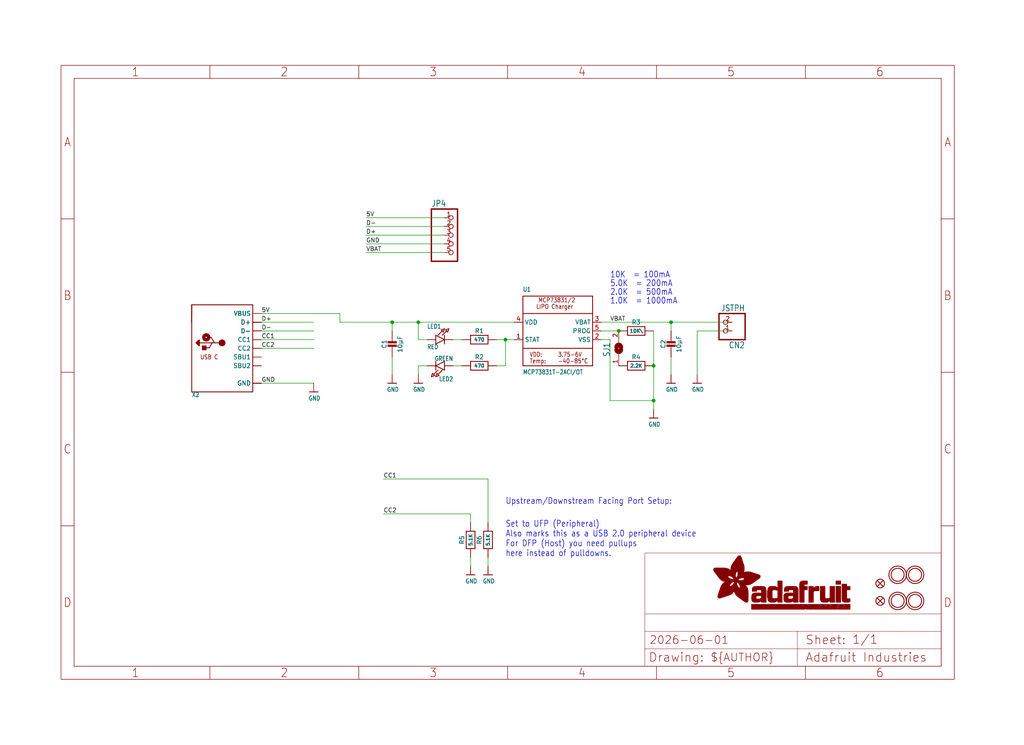
<source format=kicad_sch>
(kicad_sch (version 20231120) (generator "eeschema") (generator_version "8.0")
  (paper "User" 298.45 217.322)
  (lib_symbols
    (symbol "Adafruit USB C microlipo charger-eagle-import:CAP_CERAMIC0805-NOOUTLINE"
      (property "Reference" "C" (at -2.29 1.25 90))
      (symbol "CAP_CERAMIC0805-NOOUTLINE_1_0"
        (pin passive line (at 0 5.08 270) (length 2.54) (name "1") (number "1"))
        (pin passive line (at 0 -2.54 90) (length 2.54) (name "2") (number "2"))
      )
    )
    (symbol "Adafruit USB C microlipo charger-eagle-import:FIDUCIAL{dblquote}{dblquote}")
    (symbol "Adafruit USB C microlipo charger-eagle-import:FRAME_A4_ADAFRUIT"
      (symbol "FRAME_A4_ADAFRUIT_1_0"
        (text "${#}/${##}" (at 230.505 10.16 0) (effects (font (size 2.54 2.54)) (justify left bottom)))
        (text "${AUTHOR}" (at 189.23 5.08 0) (effects (font (size 2.286 2.286)) (justify left bottom)))
        (text "${CURRENT_DATE}" (at 171.45 10.16 0) (effects (font (size 2.286 2.286)) (justify left bottom)))
        (text "${PROJECTNAME}" (at 171.45 15.24 0) (effects (font (size 2.54 2.54)) (justify left bottom)))
        (text "1" (at 21.6958 1.905 0) (effects (font (size 2.54 2.286))))
        (text "1" (at 21.6958 177.165 0) (effects (font (size 2.54 2.286))))
        (text "2" (at 65.0875 1.905 0) (effects (font (size 2.54 2.286))))
        (text "2" (at 65.0875 177.165 0) (effects (font (size 2.54 2.286))))
        (text "3" (at 108.4792 1.905 0) (effects (font (size 2.54 2.286))))
        (text "3" (at 108.4792 177.165 0) (effects (font (size 2.54 2.286))))
        (text "4" (at 151.8708 1.905 0) (effects (font (size 2.54 2.286))))
        (text "4" (at 151.8708 177.165 0) (effects (font (size 2.54 2.286))))
        (text "5" (at 195.2625 1.905 0) (effects (font (size 2.54 2.286))))
        (text "5" (at 195.2625 177.165 0) (effects (font (size 2.54 2.286))))
        (text "6" (at 238.6542 1.905 0) (effects (font (size 2.54 2.286))))
        (text "6" (at 238.6542 177.165 0) (effects (font (size 2.54 2.286))))
        (text "A" (at 1.905 156.6863 0) (effects (font (size 2.54 2.286))))
        (text "A" (at 258.445 156.6863 0) (effects (font (size 2.54 2.286))))
        (text "Adafruit Industries" (at 216.916 4.953 0) (effects (font (size 2.54 2.54)) (justify left bottom)))
        (text "B" (at 1.905 111.9188 0) (effects (font (size 2.54 2.286))))
        (text "B" (at 258.445 111.9188 0) (effects (font (size 2.54 2.286))))
        (text "C" (at 1.905 67.1513 0) (effects (font (size 2.54 2.286))))
        (text "C" (at 258.445 67.1513 0) (effects (font (size 2.54 2.286))))
        (text "D" (at 1.905 22.3838 0) (effects (font (size 2.54 2.286))))
        (text "D" (at 258.445 22.3838 0) (effects (font (size 2.54 2.286))))
        (text "Drawing:" (at 171.196 4.953 0) (effects (font (size 2.54 2.54)) (justify left bottom)))
        (text "Sheet:" (at 216.916 10.033 0) (effects (font (size 2.54 2.54)) (justify left bottom)))
      )
    )
    (symbol "Adafruit USB C microlipo charger-eagle-import:GND" (power)
      (symbol "GND_1_0"
        (pin power_in line (at 0 2.54 270) (length 2.54) (name "GND") (number "1"))
      )
    )
    (symbol "Adafruit USB C microlipo charger-eagle-import:HEADER-1X570MIL"
      (property "Reference" "JP" (at -6.35 8.255 0))
      (symbol "HEADER-1X570MIL_1_0"
        (pin passive inverted (at -2.54 5.08 0) (length 2.54) (name "1") (number "1"))
        (pin passive inverted (at -2.54 2.54 0) (length 2.54) (name "2") (number "2"))
        (pin passive inverted (at -2.54 0 0) (length 2.54) (name "3") (number "3"))
        (pin passive inverted (at -2.54 -2.54 0) (length 2.54) (name "4") (number "4"))
        (pin passive inverted (at -2.54 -5.08 0) (length 2.54) (name "5") (number "5"))
      )
    )
    (symbol "Adafruit USB C microlipo charger-eagle-import:JST_2PIN"
      (property "Reference" "CN" (at -6.35 5.715 0))
      (symbol "JST_2PIN_1_0"
        (pin passive inverted (at -2.54 2.54 0) (length 2.54) (name "1") (number "1"))
        (pin passive inverted (at -2.54 0 0) (length 2.54) (name "2") (number "2"))
      )
    )
    (symbol "Adafruit USB C microlipo charger-eagle-import:LED0805_NOOUTLINE"
      (property "Reference" "LED" (at -5.08 3.175 0))
      (symbol "LED0805_NOOUTLINE_1_0"
        (pin passive line (at -5.08 0 0) (length 2.54) (name "A") (number "A"))
        (pin passive line (at 2.54 0 180) (length 2.54) (name "C") (number "C"))
      )
    )
    (symbol "Adafruit USB C microlipo charger-eagle-import:MCP73831/2"
      (property "Reference" "U" (at -10.16 11.43 0))
      (symbol "MCP73831/2_1_0"
        (text "-40-85°C" (at 0 -9.525 0) (effects (font (size 1.27 1.0795)) (justify left bottom)))
        (text "3.75-6V" (at 0 -7.62 0) (effects (font (size 1.27 1.0795)) (justify left bottom)))
        (text "LIPO Charger" (at -6.35 6.35 0) (effects (font (size 1.27 1.0795)) (justify left bottom)))
        (text "MCP73831/2" (at -5.715 8.255 0) (effects (font (size 1.27 1.0795)) (justify left bottom)))
        (text "Temp:" (at -8.255 -9.525 0) (effects (font (size 1.27 1.0795)) (justify left bottom)))
        (text "VDD:" (at -8.255 -7.62 0) (effects (font (size 1.27 1.0795)) (justify left bottom)))
        (pin output line (at -12.7 -2.54 0) (length 2.54) (name "STAT") (number "1"))
        (pin power_in line (at 12.7 -2.54 180) (length 2.54) (name "VSS") (number "2"))
        (pin power_in line (at 12.7 2.54 180) (length 2.54) (name "VBAT") (number "3"))
        (pin power_in line (at -12.7 2.54 0) (length 2.54) (name "VDD") (number "4"))
        (pin input line (at 12.7 0 180) (length 2.54) (name "PROG") (number "5"))
      )
    )
    (symbol "Adafruit USB C microlipo charger-eagle-import:MOUNTINGHOLE2.5")
    (symbol "Adafruit USB C microlipo charger-eagle-import:RESISTOR_0603_NOOUT"
      (property "Reference" "R" (at 0 2.54 0))
      (symbol "RESISTOR_0603_NOOUT_1_0"
        (pin passive line (at -5.08 0 0) (length 2.54) (name "1") (number "1"))
        (pin passive line (at 5.08 0 180) (length 2.54) (name "2") (number "2"))
      )
    )
    (symbol "Adafruit USB C microlipo charger-eagle-import:SOLDERJUMPER"
      (property "Reference" "SJ" (at -2.54 2.54 0))
      (symbol "SOLDERJUMPER_1_0"
        (pin passive line (at -5.08 0 0) (length 2.54) (name "1") (number "1"))
        (pin passive line (at 5.08 0 180) (length 2.54) (name "2") (number "2"))
      )
    )
    (symbol "Adafruit USB C microlipo charger-eagle-import:USB_C"
      (property "Reference" "X" (at -10.16 13.716 0))
      (symbol "USB_C_1_0"
        (text "USB C" (at -5.08 -2.54 0) (effects (font (size 1.27 1.0795))))
        (pin power_in line (at 10.16 -10.16 180) (length 2.54) (name "GND") (number "A1B12"))
        (pin power_in line (at 10.16 10.16 180) (length 2.54) (name "VBUS") (number "A4B9"))
        (pin bidirectional line (at 10.16 2.54 180) (length 2.54) (name "CC1") (number "A5"))
        (pin bidirectional line (at 10.16 7.62 180) (length 2.54) (name "D+") (number "A6"))
        (pin bidirectional line (at 10.16 5.08 180) (length 2.54) (name "D-") (number "A7"))
        (pin bidirectional line (at 10.16 -2.54 180) (length 2.54) (name "SBU1") (number "A8"))
        (pin power_in line (at 10.16 -10.16 180) (length 2.54) (name "GND") (number "B1A12"))
        (pin power_in line (at 10.16 10.16 180) (length 2.54) (name "VBUS") (number "B4A9"))
        (pin bidirectional line (at 10.16 0 180) (length 2.54) (name "CC2") (number "B5"))
        (pin bidirectional line (at 10.16 7.62 180) (length 2.54) (name "D+") (number "B6"))
        (pin bidirectional line (at 10.16 5.08 180) (length 2.54) (name "D-") (number "B7"))
        (pin bidirectional line (at 10.16 -5.08 180) (length 2.54) (name "SBU2") (number "B8"))
      )
    )
  )
  (junction (at 195.58 93.98))
  (junction (at 121.92 93.98))
  (junction (at 190.5 116.84))
  (junction (at 147.32 99.06))
  (junction (at 114.3 93.98))
  (junction (at 190.5 106.68))
  (junction (at 180.34 96.52))
  (wire (pts (xy 111.76 139.7) (xy 142.24 139.7)) (stroke (width 0.1524)))
  (wire (pts (xy 142.24 165.1) (xy 142.24 162.56)) (stroke (width 0.1524)))
  (wire (pts (xy 144.78 99.06) (xy 147.32 99.06)) (stroke (width 0.1524)))
  (wire (pts (xy 195.58 104.14) (xy 195.58 109.22)) (stroke (width 0.1524)))
  (wire (pts (xy 177.8 116.84) (xy 190.5 116.84)) (stroke (width 0.1524)))
  (wire (pts (xy 195.58 96.52) (xy 195.58 93.98)) (stroke (width 0.1524)))
  (wire (pts (xy 121.92 93.98) (xy 149.86 93.98)) (stroke (width 0.1524)))
  (wire (pts (xy 147.32 99.06) (xy 149.86 99.06)) (stroke (width 0.1524)))
  (wire (pts (xy 114.3 96.52) (xy 114.3 93.98)) (stroke (width 0.1524)))
  (wire (pts (xy 99.06 91.44) (xy 76.2 91.44)) (stroke (width 0.1524)))
  (wire (pts (xy 124.46 99.06) (xy 121.92 99.06)) (stroke (width 0.1524)))
  (wire (pts (xy 76.2 101.6) (xy 91.44 101.6)) (stroke (width 0.1524)))
  (wire (pts (xy 132.08 99.06) (xy 134.62 99.06)) (stroke (width 0.1524)))
  (wire (pts (xy 114.3 104.14) (xy 114.3 109.22)) (stroke (width 0.1524)))
  (wire (pts (xy 195.58 93.98) (xy 213.36 93.98)) (stroke (width 0.1524)))
  (wire (pts (xy 129.54 66.04) (xy 106.68 66.04)) (stroke (width 0.1524)))
  (wire (pts (xy 91.44 111.76) (xy 76.2 111.76)) (stroke (width 0.1524)))
  (wire (pts (xy 76.2 93.98) (xy 91.44 93.98)) (stroke (width 0.1524)))
  (wire (pts (xy 111.76 149.86) (xy 137.16 149.86)) (stroke (width 0.1524)))
  (wire (pts (xy 175.26 99.06) (xy 177.8 99.06)) (stroke (width 0.1524)))
  (wire (pts (xy 76.2 96.52) (xy 91.44 96.52)) (stroke (width 0.1524)))
  (wire (pts (xy 137.16 149.86) (xy 137.16 152.4)) (stroke (width 0.1524)))
  (wire (pts (xy 190.5 116.84) (xy 190.5 119.38)) (stroke (width 0.1524)))
  (wire (pts (xy 137.16 162.56) (xy 137.16 165.1)) (stroke (width 0.1524)))
  (wire (pts (xy 76.2 99.06) (xy 91.44 99.06)) (stroke (width 0.1524)))
  (wire (pts (xy 99.06 93.98) (xy 114.3 93.98)) (stroke (width 0.1524)))
  (wire (pts (xy 203.2 96.52) (xy 203.2 109.22)) (stroke (width 0.1524)))
  (wire (pts (xy 203.2 96.52) (xy 213.36 96.52)) (stroke (width 0.1524)))
  (wire (pts (xy 175.26 96.52) (xy 180.34 96.52)) (stroke (width 0.1524)))
  (wire (pts (xy 124.46 106.68) (xy 121.92 106.68)) (stroke (width 0.1524)))
  (wire (pts (xy 142.24 139.7) (xy 142.24 152.4)) (stroke (width 0.1524)))
  (wire (pts (xy 190.5 96.52) (xy 190.5 106.68)) (stroke (width 0.1524)))
  (wire (pts (xy 147.32 106.68) (xy 147.32 99.06)) (stroke (width 0.1524)))
  (wire (pts (xy 177.8 99.06) (xy 177.8 116.84)) (stroke (width 0.1524)))
  (wire (pts (xy 114.3 93.98) (xy 121.92 93.98)) (stroke (width 0.1524)))
  (wire (pts (xy 134.62 106.68) (xy 132.08 106.68)) (stroke (width 0.1524)))
  (wire (pts (xy 99.06 91.44) (xy 99.06 93.98)) (stroke (width 0.1524)))
  (wire (pts (xy 129.54 73.66) (xy 106.68 73.66)) (stroke (width 0.1524)))
  (wire (pts (xy 144.78 106.68) (xy 147.32 106.68)) (stroke (width 0.1524)))
  (wire (pts (xy 129.54 68.58) (xy 106.68 68.58)) (stroke (width 0.1524)))
  (wire (pts (xy 121.92 106.68) (xy 121.92 109.22)) (stroke (width 0.1524)))
  (wire (pts (xy 190.5 106.68) (xy 190.5 116.84)) (stroke (width 0.1524)))
  (wire (pts (xy 195.58 93.98) (xy 175.26 93.98)) (stroke (width 0.1524)))
  (wire (pts (xy 129.54 71.12) (xy 106.68 71.12)) (stroke (width 0.1524)))
  (wire (pts (xy 121.92 99.06) (xy 121.92 93.98)) (stroke (width 0.1524)))
  (wire (pts (xy 129.54 63.5) (xy 106.68 63.5)) (stroke (width 0.1524)))
  (text "1.0K  = 1000mA" (at 177.8 88.9 0) (effects (font (size 1.778 1.5113)) (justify left bottom)))
  (text "5.0K  = 200mA" (at 177.8 83.82 0) (effects (font (size 1.778 1.5113)) (justify left bottom)))
  (text "Set to UFP (Peripheral)\nAlso marks this as a USB 2.0 peripheral device\nFor DFP (Host) you need pullups\nhere instead of pulldowns." (at 147.32 162.56 0) (effects (font (size 1.778 1.5113)) (justify left bottom)))
  (text "10K  = 100mA" (at 177.8 81.28 0) (effects (font (size 1.778 1.5113)) (justify left bottom)))
  (text "2.0K  = 500mA" (at 177.8 86.36 0) (effects (font (size 1.778 1.5113)) (justify left bottom)))
  (text "Upstream/Downstream Facing Port Setup:" (at 147.32 147.32 0) (effects (font (size 1.778 1.5113)) (justify left bottom)))
  (label "D-" (at 106.68 66.04 0) (effects (font (size 1.2446 1.2446))))
  (label "CC2" (at 76.2 101.6 0) (effects (font (size 1.2446 1.2446))))
  (label "D+" (at 76.2 93.98 0) (effects (font (size 1.2446 1.2446))))
  (label "CC1" (at 76.2 99.06 0) (effects (font (size 1.2446 1.2446))))
  (label "CC1" (at 111.76 139.7 0) (effects (font (size 1.2446 1.2446))))
  (label "5V" (at 76.2 91.44 0) (effects (font (size 1.2446 1.2446))))
  (label "GND" (at 76.2 111.76 0) (effects (font (size 1.2446 1.2446))))
  (label "VBAT" (at 177.8 93.98 0) (effects (font (size 1.2446 1.2446))))
  (label "5V" (at 106.68 63.5 0) (effects (font (size 1.2446 1.2446))))
  (label "D+" (at 106.68 68.58 0) (effects (font (size 1.2446 1.2446))))
  (label "D-" (at 76.2 96.52 0) (effects (font (size 1.2446 1.2446))))
  (label "GND" (at 106.68 71.12 0) (effects (font (size 1.2446 1.2446))))
  (label "CC2" (at 111.76 149.86 0) (effects (font (size 1.2446 1.2446))))
  (label "VBAT" (at 106.68 73.66 0) (effects (font (size 1.2446 1.2446))))
  (symbol (lib_id "Adafruit USB C microlipo charger-eagle-import:FRAME_A4_ADAFRUIT") (at 17.78 198.12 0) (unit 1)
    (property "Reference" "#U$1" (effects (hide yes)))
    (property "Value" "FRAME_A4_ADAFRUIT" (effects (hide yes)))
  )
  (symbol (lib_id "Adafruit USB C microlipo charger-eagle-import:GND") (at 114.3 111.76 0) (unit 1)
    (property "Reference" "#U$3" (effects (hide yes)))
    (property "Value" "GND" (at 112.776 114.3 0) (effects (font (size 1.27 1.0795)) (justify left bottom)))
  )
  (symbol (lib_id "Adafruit USB C microlipo charger-eagle-import:MOUNTINGHOLE2.5") (at 261.62 167.64 0) (unit 1)
    (property "Reference" "U$9" (effects (hide yes)))
    (property "Value" "MOUNTINGHOLE2.5" (effects (hide yes)))
    (property "Footprint" "Adafruit USB C microlipo charger:MOUNTINGHOLE_2.5_PLATED" (effects (hide yes)))
  )
  (symbol (lib_id "Adafruit USB C microlipo charger-eagle-import:CAP_CERAMIC0805-NOOUTLINE") (at 114.3 101.6 0) (unit 1)
    (property "Reference" "C1" (at 112.01 100.35 90))
    (property "Value" "10µF" (at 116.6 100.35 90))
    (property "Footprint" "Adafruit USB C microlipo charger:0805-NO@1" (effects (hide yes)))
  )
  (symbol (lib_id "Adafruit USB C microlipo charger-eagle-import:MOUNTINGHOLE2.5") (at 266.7 167.64 0) (unit 1)
    (property "Reference" "U$12" (effects (hide yes)))
    (property "Value" "MOUNTINGHOLE2.5" (effects (hide yes)))
    (property "Footprint" "Adafruit USB C microlipo charger:MOUNTINGHOLE_2.5_PLATED" (effects (hide yes)))
  )
  (symbol (lib_id "Adafruit USB C microlipo charger-eagle-import:SOLDERJUMPER") (at 180.34 101.6 90) (unit 1)
    (property "Reference" "SJ1" (at 177.8 104.14 0) (effects (font (size 1.778 1.5113)) (justify left bottom)))
    (property "Value" "SOLDERJUMPER" (effects (hide yes)))
    (property "Footprint" "Adafruit USB C microlipo charger:SOLDERJUMPER_ARROW_NOPASTE" (effects (hide yes)))
  )
  (symbol (lib_id "Adafruit USB C microlipo charger-eagle-import:RESISTOR_0603_NOOUT") (at 139.7 99.06 0) (unit 1)
    (property "Reference" "R1" (at 139.7 96.52 0))
    (property "Value" "470" (at 139.7 99.06 0) (effects (font (size 1.016 1.016) (bold yes))))
    (property "Footprint" "Adafruit USB C microlipo charger:0603-NO" (effects (hide yes)))
  )
  (symbol (lib_id "Adafruit USB C microlipo charger-eagle-import:FIDUCIAL{dblquote}{dblquote}") (at 256.54 175.26 0) (unit 1)
    (property "Reference" "FID2" (effects (hide yes)))
    (property "Value" "FIDUCIAL{dblquote}{dblquote}" (effects (hide yes)))
    (property "Footprint" "Adafruit USB C microlipo charger:FIDUCIAL_1MM" (effects (hide yes)))
    (property "BOM" "EXCLUDE" (effects (hide yes)))
  )
  (symbol (lib_id "Adafruit USB C microlipo charger-eagle-import:HEADER-1X570MIL") (at 132.08 68.58 0) (unit 1)
    (property "Reference" "JP4" (at 125.73 60.325 0) (effects (font (size 1.778 1.5113)) (justify left bottom)))
    (property "Value" "HEADER-1X570MIL" (effects (hide yes)))
    (property "Footprint" "Adafruit USB C microlipo charger:1X05_ROUND_70" (effects (hide yes)))
  )
  (symbol (lib_id "Adafruit USB C microlipo charger-eagle-import:GND") (at 142.24 167.64 0) (unit 1)
    (property "Reference" "#U$14" (effects (hide yes)))
    (property "Value" "GND" (at 140.716 170.18 0) (effects (font (size 1.27 1.0795)) (justify left bottom)))
  )
  (symbol (lib_id "Adafruit USB C microlipo charger-eagle-import:GND") (at 190.5 121.92 0) (unit 1)
    (property "Reference" "#U$6" (effects (hide yes)))
    (property "Value" "GND" (at 188.976 124.46 0) (effects (font (size 1.27 1.0795)) (justify left bottom)))
  )
  (symbol (lib_id "Adafruit USB C microlipo charger-eagle-import:USB_C") (at 66.04 101.6 0) (unit 1)
    (property "Reference" "X2" (at 55.88 115.824 0) (effects (font (size 1.27 1.0795)) (justify left bottom)))
    (property "Value" "USB_C" (effects (hide yes)))
    (property "Footprint" "Adafruit USB C microlipo charger:USB_C_CUSB31-CFM2AX-01-X" (effects (hide yes)))
  )
  (symbol (lib_id "Adafruit USB C microlipo charger-eagle-import:RESISTOR_0603_NOOUT") (at 185.42 96.52 0) (unit 1)
    (property "Reference" "R3" (at 185.42 93.98 0))
    (property "Value" "10K\\" (at 185.42 96.52 0) (effects (font (size 1.016 1.016) (bold yes))))
    (property "Footprint" "Adafruit USB C microlipo charger:0603-NO" (effects (hide yes)))
  )
  (symbol (lib_id "Adafruit USB C microlipo charger-eagle-import:MCP73831/2") (at 162.56 96.52 0) (unit 1)
    (property "Reference" "U1" (at 152.4 85.09 0) (effects (font (size 1.27 1.0795)) (justify left bottom)))
    (property "Value" "MCP73831T-2ACI/OT" (at 152.4 109.22 0) (effects (font (size 1.27 1.0795)) (justify left bottom)))
    (property "Footprint" "Adafruit USB C microlipo charger:SOT23-5" (effects (hide yes)))
  )
  (symbol (lib_id "Adafruit USB C microlipo charger-eagle-import:JST_2PIN") (at 210.82 93.98 180) (unit 1)
    (property "Reference" "CN2" (at 217.17 99.695 0) (effects (font (size 1.778 1.5113)) (justify left bottom)))
    (property "Value" "JSTPH" (at 217.17 88.9 0) (effects (font (size 1.778 1.5113)) (justify left bottom)))
    (property "Footprint" "Adafruit USB C microlipo charger:JSTPH2" (effects (hide yes)))
  )
  (symbol (lib_id "Adafruit USB C microlipo charger-eagle-import:RESISTOR_0603_NOOUT") (at 185.42 106.68 0) (unit 1)
    (property "Reference" "R4" (at 185.42 104.14 0))
    (property "Value" "2.2K" (at 185.42 106.68 0) (effects (font (size 1.016 1.016) (bold yes))))
    (property "Footprint" "Adafruit USB C microlipo charger:0603-NO" (effects (hide yes)))
  )
  (symbol (lib_id "Adafruit USB C microlipo charger-eagle-import:LED0805_NOOUTLINE") (at 127 106.68 180) (unit 1)
    (property "Reference" "LED2" (at 132.08 109.855 0) (effects (font (size 1.27 1.0795)) (justify left bottom)))
    (property "Value" "GREEN" (at 132.08 103.886 0) (effects (font (size 1.27 1.0795)) (justify left bottom)))
    (property "Footprint" "Adafruit USB C microlipo charger:CHIPLED_0805_NOOUTLINE" (effects (hide yes)))
  )
  (symbol (lib_id "Adafruit USB C microlipo charger-eagle-import:GND") (at 137.16 167.64 0) (unit 1)
    (property "Reference" "#U$8" (effects (hide yes)))
    (property "Value" "GND" (at 135.636 170.18 0) (effects (font (size 1.27 1.0795)) (justify left bottom)))
  )
  (symbol (lib_id "Adafruit USB C microlipo charger-eagle-import:GND") (at 203.2 111.76 0) (unit 1)
    (property "Reference" "#U$4" (effects (hide yes)))
    (property "Value" "GND" (at 201.676 114.3 0) (effects (font (size 1.27 1.0795)) (justify left bottom)))
  )
  (symbol (lib_id "Adafruit USB C microlipo charger-eagle-import:MOUNTINGHOLE2.5") (at 266.7 175.26 0) (unit 1)
    (property "Reference" "U$10" (effects (hide yes)))
    (property "Value" "MOUNTINGHOLE2.5" (effects (hide yes)))
    (property "Footprint" "Adafruit USB C microlipo charger:MOUNTINGHOLE_2.5_PLATED" (effects (hide yes)))
  )
  (symbol (lib_id "Adafruit USB C microlipo charger-eagle-import:CAP_CERAMIC0805-NOOUTLINE") (at 195.58 101.6 0) (unit 1)
    (property "Reference" "C2" (at 193.29 100.35 90))
    (property "Value" "10µF" (at 197.88 100.35 90))
    (property "Footprint" "Adafruit USB C microlipo charger:0805-NO@1" (effects (hide yes)))
  )
  (symbol (lib_id "Adafruit USB C microlipo charger-eagle-import:GND") (at 91.44 114.3 0) (unit 1)
    (property "Reference" "#U$15" (effects (hide yes)))
    (property "Value" "GND" (at 89.916 116.84 0) (effects (font (size 1.27 1.0795)) (justify left bottom)))
  )
  (symbol (lib_id "Adafruit USB C microlipo charger-eagle-import:LED0805_NOOUTLINE") (at 129.54 99.06 0) (unit 1)
    (property "Reference" "LED1" (at 124.46 95.885 0) (effects (font (size 1.27 1.0795)) (justify left bottom)))
    (property "Value" "RED" (at 124.46 101.854 0) (effects (font (size 1.27 1.0795)) (justify left bottom)))
    (property "Footprint" "Adafruit USB C microlipo charger:CHIPLED_0805_NOOUTLINE" (effects (hide yes)))
  )
  (symbol (lib_id "Adafruit USB C microlipo charger-eagle-import:RESISTOR_0603_NOOUT") (at 137.16 157.48 90) (unit 1)
    (property "Reference" "R5" (at 134.62 157.48 0))
    (property "Value" "5.1K" (at 137.16 157.48 0) (effects (font (size 1.016 1.016) (bold yes))))
    (property "Footprint" "Adafruit USB C microlipo charger:0603-NO" (effects (hide yes)))
  )
  (symbol (lib_id "Adafruit USB C microlipo charger-eagle-import:FIDUCIAL{dblquote}{dblquote}") (at 256.54 170.18 0) (unit 1)
    (property "Reference" "FID1" (effects (hide yes)))
    (property "Value" "FIDUCIAL{dblquote}{dblquote}" (effects (hide yes)))
    (property "Footprint" "Adafruit USB C microlipo charger:FIDUCIAL_1MM" (effects (hide yes)))
  )
  (symbol (lib_id "Adafruit USB C microlipo charger-eagle-import:RESISTOR_0603_NOOUT") (at 142.24 157.48 90) (unit 1)
    (property "Reference" "R6" (at 139.7 157.48 0))
    (property "Value" "5.1K" (at 142.24 157.48 0) (effects (font (size 1.016 1.016) (bold yes))))
    (property "Footprint" "Adafruit USB C microlipo charger:0603-NO" (effects (hide yes)))
  )
  (symbol (lib_id "Adafruit USB C microlipo charger-eagle-import:RESISTOR_0603_NOOUT") (at 139.7 106.68 0) (unit 1)
    (property "Reference" "R2" (at 139.7 104.14 0))
    (property "Value" "470" (at 139.7 106.68 0) (effects (font (size 1.016 1.016) (bold yes))))
    (property "Footprint" "Adafruit USB C microlipo charger:0603-NO" (effects (hide yes)))
  )
  (symbol (lib_id "Adafruit USB C microlipo charger-eagle-import:GND") (at 121.92 111.76 0) (unit 1)
    (property "Reference" "#U$7" (effects (hide yes)))
    (property "Value" "GND" (at 120.396 114.3 0) (effects (font (size 1.27 1.0795)) (justify left bottom)))
  )
  (symbol (lib_id "Adafruit USB C microlipo charger-eagle-import:GND") (at 195.58 111.76 0) (unit 1)
    (property "Reference" "#U$5" (effects (hide yes)))
    (property "Value" "GND" (at 194.056 114.3 0) (effects (font (size 1.27 1.0795)) (justify left bottom)))
  )
  (symbol (lib_id "Adafruit USB C microlipo charger-eagle-import:MOUNTINGHOLE2.5") (at 261.62 175.26 0) (unit 1)
    (property "Reference" "U$11" (effects (hide yes)))
    (property "Value" "MOUNTINGHOLE2.5" (effects (hide yes)))
    (property "Footprint" "Adafruit USB C microlipo charger:MOUNTINGHOLE_2.5_PLATED" (effects (hide yes)))
  )
)
</source>
